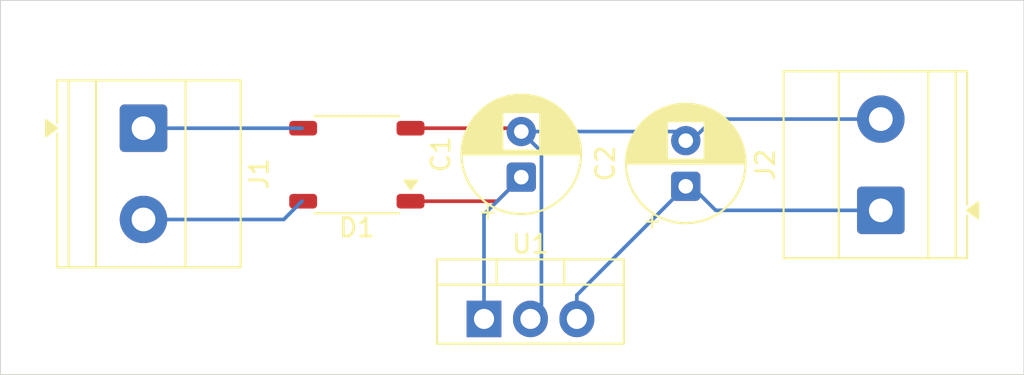
<source format=kicad_pcb>
(kicad_pcb (version 20241229) (generator "pcbnew") (generator_version "9.0")
  (layers (0 "F.Cu" signal) (2 "B.Cu" signal) (13 "F.Paste" user) (15 "B.Paste" user) (5 "F.SilkS" user "F.Silkscreen") (7 "B.SilkS" user "B.Silkscreen") (1 "F.Mask" user) (3 "B.Mask" user) (25 "Edge.Cuts" user))
  (net 0 "")
  (net 1 "Net-(D1-+)")
  (net 2 "Net-(D1--)")
  (net 3 "Net-(J2-Pin_1)")
  (net 4 "Net-(J1-Pin_1)")
  (net 5 "Net-(J1-Pin_2)")
  (footprint "TerminalBlock_Phoenix:TerminalBlock_Phoenix_MKDS-1,5-2_1x02_P5.00mm_Horizontal" (layer "F.Cu") (at 42.3275 38.5 -90)
    (property "Reference" "J1" (at 2.5 -6.32 90) (layer "F.SilkS"))
    (property "Value" "Screw_Terminal_01x02")
    (fp_line (start -2.62 4.72) (end -2.62 -5.32) (stroke (width 0.12)) (layer "F.SilkS"))
    (fp_line (start -0.3 4.72) (end -2.62 4.72) (stroke (width 0.12)) (layer "F.SilkS"))
    (fp_line (start 7.62 4.72) (end 0.3 4.72) (stroke (width 0.12)) (layer "F.SilkS"))
    (fp_line (start -2.62 4.1) (end 7.62 4.1) (stroke (width 0.12)) (layer "F.SilkS"))
    (fp_line (start -2.62 2.6) (end 7.62 2.6) (stroke (width 0.12)) (layer "F.SilkS"))
    (fp_line (start -2.62 -2.3) (end 7.62 -2.3) (stroke (width 0.12)) (layer "F.SilkS"))
    (fp_line (start -2.62 -5.32) (end 7.62 -5.32) (stroke (width 0.12)) (layer "F.SilkS"))
    (fp_line (start 7.62 -5.32) (end 7.62 4.72) (stroke (width 0.12)) (layer "F.SilkS"))
    (fp_poly (pts (xy 0 4.72) (xy 0.44 5.33) (xy -0.44 5.33)) (stroke (width 0.12)) (fill yes) (layer "F.SilkS"))
    (pad "1" thru_hole roundrect (at 0 0 270) (size 2.6 2.6) (drill 1.3) (layers "*.Cu" "*.Mask") (roundrect_rratio 0.096154) (net 4 "Net-(J1-Pin_1)"))
    (pad "2" thru_hole circle (at 5 0 270) (size 2.6 2.6) (drill 1.3) (layers "*.Cu" "*.Mask") (net 5 "Net-(J1-Pin_2)"))
  )
  (footprint "Capacitor_THT:CP_Radial_D6.3mm_P2.50mm" (layer "F.Cu") (at 72 41.68238 90)
    (property "Reference" "C2" (at 1.25 -4.4 90) (layer "F.SilkS"))
    (property "Value" "C_Polarized")
    (fp_line (start 1.29 -3.23) (end 1.29 3.23) (stroke (width 0.12)) (layer "F.SilkS"))
    (fp_line (start 1.25 -3.23) (end 1.25 3.23) (stroke (width 0.12)) (layer "F.SilkS"))
    (fp_line (start 1.33 -3.229) (end 1.33 3.229) (stroke (width 0.12)) (layer "F.SilkS"))
    (fp_line (start 1.37 -3.228) (end 1.37 3.228) (stroke (width 0.12)) (layer "F.SilkS"))
    (fp_line (start 1.41 -3.226) (end 1.41 3.226) (stroke (width 0.12)) (layer "F.SilkS"))
    (fp_line (start 1.45 -3.224) (end 1.45 3.224) (stroke (width 0.12)) (layer "F.SilkS"))
    (fp_line (start 1.49 -3.221) (end 1.49 -1.04) (stroke (width 0.12)) (layer "F.SilkS"))
    (fp_line (start 1.53 -3.218) (end 1.53 -1.04) (stroke (width 0.12)) (layer "F.SilkS"))
    (fp_line (start 1.57 -3.214) (end 1.57 -1.04) (stroke (width 0.12)) (layer "F.SilkS"))
    (fp_line (start 1.61 -3.21) (end 1.61 -1.04) (stroke (width 0.12)) (layer "F.SilkS"))
    (fp_line (start 1.65 -3.205) (end 1.65 -1.04) (stroke (width 0.12)) (layer "F.SilkS"))
    (fp_line (start 1.69 -3.2) (end 1.69 -1.04) (stroke (width 0.12)) (layer "F.SilkS"))
    (fp_line (start 1.73 -3.195) (end 1.73 -1.04) (stroke (width 0.12)) (layer "F.SilkS"))
    (fp_line (start 1.77 -3.188) (end 1.77 -1.04) (stroke (width 0.12)) (layer "F.SilkS"))
    (fp_line (start 1.81 -3.182) (end 1.81 -1.04) (stroke (width 0.12)) (layer "F.SilkS"))
    (fp_line (start 1.85 -3.174) (end 1.85 -1.04) (stroke (width 0.12)) (layer "F.SilkS"))
    (fp_line (start 1.89 -3.167) (end 1.89 -1.04) (stroke (width 0.12)) (layer "F.SilkS"))
    (fp_line (start 1.93 -3.159) (end 1.93 -1.04) (stroke (width 0.12)) (layer "F.SilkS"))
    (fp_line (start 1.97 -3.15) (end 1.97 -1.04) (stroke (width 0.12)) (layer "F.SilkS"))
    (fp_line (start 2.01 -3.14) (end 2.01 -1.04) (stroke (width 0.12)) (layer "F.SilkS"))
    (fp_line (start 2.05 -3.131) (end 2.05 -1.04) (stroke (width 0.12)) (layer "F.SilkS"))
    (fp_line (start 2.09 -3.12) (end 2.09 -1.04) (stroke (width 0.12)) (layer "F.SilkS"))
    (fp_line (start 2.13 -3.109) (end 2.13 -1.04) (stroke (width 0.12)) (layer "F.SilkS"))
    (fp_line (start 2.17 -3.098) (end 2.17 -1.04) (stroke (width 0.12)) (layer "F.SilkS"))
    (fp_line (start 2.21 -3.086) (end 2.21 -1.04) (stroke (width 0.12)) (layer "F.SilkS"))
    (fp_line (start 2.25 -3.073) (end 2.25 -1.04) (stroke (width 0.12)) (layer "F.SilkS"))
    (fp_line (start 2.29 -3.06) (end 2.29 -1.04) (stroke (width 0.12)) (layer "F.SilkS"))
    (fp_line (start 2.33 -3.047) (end 2.33 -1.04) (stroke (width 0.12)) (layer "F.SilkS"))
    (fp_line (start 2.37 -3.032) (end 2.37 -1.04) (stroke (width 0.12)) (layer "F.SilkS"))
    (fp_line (start 2.41 -3.017) (end 2.41 -1.04) (stroke (width 0.12)) (layer "F.SilkS"))
    (fp_line (start 2.45 -3.002) (end 2.45 -1.04) (stroke (width 0.12)) (layer "F.SilkS"))
    (fp_line (start 2.49 -2.986) (end 2.49 -1.04) (stroke (width 0.12)) (layer "F.SilkS"))
    (fp_line (start 2.53 -2.969) (end 2.53 -1.04) (stroke (width 0.12)) (layer "F.SilkS"))
    (fp_line (start 2.57 -2.952) (end 2.57 -1.04) (stroke (width 0.12)) (layer "F.SilkS"))
    (fp_line (start 2.61 -2.934) (end 2.61 -1.04) (stroke (width 0.12)) (layer "F.SilkS"))
    (fp_line (start 2.65 -2.915) (end 2.65 -1.04) (stroke (width 0.12)) (layer "F.SilkS"))
    (fp_line (start 2.69 -2.896) (end 2.69 -1.04) (stroke (width 0.12)) (layer "F.SilkS"))
    (fp_line (start 2.73 -2.876) (end 2.73 -1.04) (stroke (width 0.12)) (layer "F.SilkS"))
    (fp_line (start 2.77 -2.855) (end 2.77 -1.04) (stroke (width 0.12)) (layer "F.SilkS"))
    (fp_line (start 2.81 -2.834) (end 2.81 -1.04) (stroke (width 0.12)) (layer "F.SilkS"))
    (fp_line (start 2.85 -2.812) (end 2.85 -1.04) (stroke (width 0.12)) (layer "F.SilkS"))
    (fp_line (start 2.89 -2.789) (end 2.89 -1.04) (stroke (width 0.12)) (layer "F.SilkS"))
    (fp_line (start 2.93 -2.765) (end 2.93 -1.04) (stroke (width 0.12)) (layer "F.SilkS"))
    (fp_line (start 2.97 -2.741) (end 2.97 -1.04) (stroke (width 0.12)) (layer "F.SilkS"))
    (fp_line (start 3.01 -2.716) (end 3.01 -1.04) (stroke (width 0.12)) (layer "F.SilkS"))
    (fp_line (start 3.05 -2.69) (end 3.05 -1.04) (stroke (width 0.12)) (layer "F.SilkS"))
    (fp_line (start 3.09 -2.663) (end 3.09 -1.04) (stroke (width 0.12)) (layer "F.SilkS"))
    (fp_line (start 3.13 -2.636) (end 3.13 -1.04) (stroke (width 0.12)) (layer "F.SilkS"))
    (fp_line (start 3.17 -2.607) (end 3.17 -1.04) (stroke (width 0.12)) (layer "F.SilkS"))
    (fp_line (start 3.21 -2.577) (end 3.21 -1.04) (stroke (width 0.12)) (layer "F.SilkS"))
    (fp_line (start 3.25 -2.547) (end 3.25 -1.04) (stroke (width 0.12)) (layer "F.SilkS"))
    (fp_line (start 3.29 -2.516) (end 3.29 -1.04) (stroke (width 0.12)) (layer "F.SilkS"))
    (fp_line (start 3.33 -2.483) (end 3.33 -1.04) (stroke (width 0.12)) (layer "F.SilkS"))
    (fp_line (start 3.37 -2.45) (end 3.37 -1.04) (stroke (width 0.12)) (layer "F.SilkS"))
    (fp_line (start 3.41 -2.415) (end 3.41 -1.04) (stroke (width 0.12)) (layer "F.SilkS"))
    (fp_line (start 3.45 -2.379) (end 3.45 -1.04) (stroke (width 0.12)) (layer "F.SilkS"))
    (fp_line (start 3.49 -2.342) (end 3.49 -1.04) (stroke (width 0.12)) (layer "F.SilkS"))
    (fp_line (start 3.53 -2.304) (end 3.53 -1.04) (stroke (width 0.12)) (layer "F.SilkS"))
    (fp_line (start 3.57 -2.264) (end 3.57 2.264) (stroke (width 0.12)) (layer "F.SilkS"))
    (fp_line (start 3.61 -2.223) (end 3.61 2.223) (stroke (width 0.12)) (layer "F.SilkS"))
    (fp_line (start 3.65 -2.181) (end 3.65 2.181) (stroke (width 0.12)) (layer "F.SilkS"))
    (fp_line (start -1.935241 -2.154) (end -1.935241 -1.524) (stroke (width 0.12)) (layer "F.SilkS"))
    (fp_line (start 3.69 -2.137) (end 3.69 2.137) (stroke (width 0.12)) (layer "F.SilkS"))
    (fp_line (start 3.73 -2.091) (end 3.73 2.091) (stroke (width 0.12)) (layer "F.SilkS"))
    (fp_line (start 3.77 -2.044) (end 3.77 2.044) (stroke (width 0.12)) (layer "F.SilkS"))
    (fp_line (start 3.81 -1.995) (end 3.81 1.995) (stroke (width 0.12)) (layer "F.SilkS"))
    (fp_line (start 3.85 -1.943) (end 3.85 1.943) (stroke (width 0.12)) (layer "F.SilkS"))
    (fp_line (start 3.89 -1.89) (end 3.89 1.89) (stroke (width 0.12)) (layer "F.SilkS"))
    (fp_line (start -2.250241 -1.839) (end -1.620241 -1.839) (stroke (width 0.12)) (layer "F.SilkS"))
    (fp_line (start 3.93 -1.834) (end 3.93 1.834) (stroke (width 0.12)) (layer "F.SilkS"))
    (fp_line (start 3.97 -1.775) (end 3.97 1.775) (stroke (width 0.12)) (layer "F.SilkS"))
    (fp_line (start 4.01 -1.714) (end 4.01 1.714) (stroke (width 0.12)) (layer "F.SilkS"))
    (fp_line (start 4.05 -1.649) (end 4.05 1.649) (stroke (width 0.12)) (layer "F.SilkS"))
    (fp_line (start 4.09 -1.581) (end 4.09 1.581) (stroke (width 0.12)) (layer "F.SilkS"))
    (fp_line (start 4.13 -1.509) (end 4.13 1.509) (stroke (width 0.12)) (layer "F.SilkS"))
    (fp_line (start 4.17 -1.432) (end 4.17 1.432) (stroke (width 0.12)) (layer "F.SilkS"))
    (fp_line (start 4.21 -1.35) (end 4.21 1.35) (stroke (width 0.12)) (layer "F.SilkS"))
    (fp_line (start 4.25 -1.261) (end 4.25 1.261) (stroke (width 0.12)) (layer "F.SilkS"))
    (fp_line (start 4.29 -1.165) (end 4.29 1.165) (stroke (width 0.12)) (layer "F.SilkS"))
    (fp_line (start 4.33 -1.058) (end 4.33 1.058) (stroke (width 0.12)) (layer "F.SilkS"))
    (fp_line (start 4.37 -0.939) (end 4.37 0.939) (stroke (width 0.12)) (layer "F.SilkS"))
    (fp_line (start 4.41 -0.801) (end 4.41 0.801) (stroke (width 0.12)) (layer "F.SilkS"))
    (fp_line (start 4.45 -0.633) (end 4.45 0.633) (stroke (width 0.12)) (layer "F.SilkS"))
    (fp_line (start 4.49 -0.402) (end 4.49 0.402) (stroke (width 0.12)) (layer "F.SilkS"))
    (fp_line (start 3.53 1.04) (end 3.53 2.304) (stroke (width 0.12)) (layer "F.SilkS"))
    (fp_line (start 3.49 1.04) (end 3.49 2.342) (stroke (width 0.12)) (layer "F.SilkS"))
    (fp_line (start 3.45 1.04) (end 3.45 2.379) (stroke (width 0.12)) (layer "F.SilkS"))
    (fp_line (start 3.41 1.04) (end 3.41 2.415) (stroke (width 0.12)) (layer "F.SilkS"))
    (fp_line (start 3.37 1.04) (end 3.37 2.45) (stroke (width 0.12)) (layer "F.SilkS"))
    (fp_line (start 3.33 1.04) (end 3.33 2.483) (stroke (width 0.12)) (layer "F.SilkS"))
    (fp_line (start 3.29 1.04) (end 3.29 2.516) (stroke (width 0.12)) (layer "F.SilkS"))
    (fp_line (start 3.25 1.04) (end 3.25 2.547) (stroke (width 0.12)) (layer "F.SilkS"))
    (fp_line (start 3.21 1.04) (end 3.21 2.577) (stroke (width 0.12)) (layer "F.SilkS"))
    (fp_line (start 3.17 1.04) (end 3.17 2.607) (stroke (width 0.12)) (layer "F.SilkS"))
    (fp_line (start 3.13 1.04) (end 3.13 2.636) (stroke (width 0.12)) (layer "F.SilkS"))
    (fp_line (start 3.09 1.04) (end 3.09 2.663) (stroke (width 0.12)) (layer "F.SilkS"))
    (fp_line (start 3.05 1.04) (end 3.05 2.69) (stroke (width 0.12)) (layer "F.SilkS"))
    (fp_line (start 3.01 1.04) (end 3.01 2.716) (stroke (width 0.12)) (layer "F.SilkS"))
    (fp_line (start 2.97 1.04) (end 2.97 2.741) (stroke (width 0.12)) (layer "F.SilkS"))
    (fp_line (start 2.93 1.04) (end 2.93 2.765) (stroke (width 0.12)) (layer "F.SilkS"))
    (fp_line (start 2.89 1.04) (end 2.89 2.789) (stroke (width 0.12)) (layer "F.SilkS"))
    (fp_line (start 2.85 1.04) (end 2.85 2.812) (stroke (width 0.12)) (layer "F.SilkS"))
    (fp_line (start 2.81 1.04) (end 2.81 2.834) (stroke (width 0.12)) (layer "F.SilkS"))
    (fp_line (start 2.77 1.04) (end 2.77 2.855) (stroke (width 0.12)) (layer "F.SilkS"))
    (fp_line (start 2.73 1.04) (end 2.73 2.876) (stroke (width 0.12)) (layer "F.SilkS"))
    (fp_line (start 2.69 1.04) (end 2.69 2.896) (stroke (width 0.12)) (layer "F.SilkS"))
    (fp_line (start 2.65 1.04) (end 2.65 2.915) (stroke (width 0.12)) (layer "F.SilkS"))
    (fp_line (start 2.61 1.04) (end 2.61 2.934) (stroke (width 0.12)) (layer "F.SilkS"))
    (fp_line (start 2.57 1.04) (end 2.57 2.952) (stroke (width 0.12)) (layer "F.SilkS"))
    (fp_line (start 2.53 1.04) (end 2.53 2.969) (stroke (width 0.12)) (layer "F.SilkS"))
    (fp_line (start 2.49 1.04) (end 2.49 2.986) (stroke (width 0.12)) (layer "F.SilkS"))
    (fp_line (start 2.45 1.04) (end 2.45 3.002) (stroke (width 0.12)) (layer "F.SilkS"))
    (fp_line (start 2.41 1.04) (end 2.41 3.017) (stroke (width 0.12)) (layer "F.SilkS"))
    (fp_line (start 2.37 1.04) (end 2.37 3.032) (stroke (width 0.12)) (layer "F.SilkS"))
    (fp_line (start 2.33 1.04) (end 2.33 3.047) (stroke (width 0.12)) (layer "F.SilkS"))
    (fp_line (start 2.29 1.04) (end 2.29 3.06) (stroke (width 0.12)) (layer "F.SilkS"))
    (fp_line (start 2.25 1.04) (end 2.25 3.073) (stroke (width 0.12)) (layer "F.SilkS"))
    (fp_line (start 2.21 1.04) (end 2.21 3.086) (stroke (width 0.12)) (layer "F.SilkS"))
    (fp_line (start 2.17 1.04) (end 2.17 3.098) (stroke (width 0.12)) (layer "F.SilkS"))
    (fp_line (start 2.13 1.04) (end 2.13 3.109) (stroke (width 0.12)) (layer "F.SilkS"))
    (fp_line (start 2.09 1.04) (end 2.09 3.12) (stroke (width 0.12)) (layer "F.SilkS"))
    (fp_line (start 2.05 1.04) (end 2.05 3.131) (stroke (width 0.12)) (layer "F.SilkS"))
    (fp_line (start 2.01 1.04) (end 2.01 3.14) (stroke (width 0.12)) (layer "F.SilkS"))
    (fp_line (start 1.97 1.04) (end 1.97 3.15) (stroke (width 0.12)) (layer "F.SilkS"))
    (fp_line (start 1.93 1.04) (end 1.93 3.159) (stroke (width 0.12)) (layer "F.SilkS"))
    (fp_line (start 1.89 1.04) (end 1.89 3.167) (stroke (width 0.12)) (layer "F.SilkS"))
    (fp_line (start 1.85 1.04) (end 1.85 3.174) (stroke (width 0.12)) (layer "F.SilkS"))
    (fp_line (start 1.81 1.04) (end 1.81 3.182) (stroke (width 0.12)) (layer "F.SilkS"))
    (fp_line (start 1.77 1.04) (end 1.77 3.188) (stroke (width 0.12)) (layer "F.SilkS"))
    (fp_line (start 1.73 1.04) (end 1.73 3.195) (stroke (width 0.12)) (layer "F.SilkS"))
    (fp_line (start 1.69 1.04) (end 1.69 3.2) (stroke (width 0.12)) (layer "F.SilkS"))
    (fp_line (start 1.65 1.04) (end 1.65 3.205) (stroke (width 0.12)) (layer "F.SilkS"))
    (fp_line (start 1.61 1.04) (end 1.61 3.21) (stroke (width 0.12)) (layer "F.SilkS"))
    (fp_line (start 1.57 1.04) (end 1.57 3.214) (stroke (width 0.12)) (layer "F.SilkS"))
    (fp_line (start 1.53 1.04) (end 1.53 3.218) (stroke (width 0.12)) (layer "F.SilkS"))
    (fp_line (start 1.49 1.04) (end 1.49 3.221) (stroke (width 0.12)) (layer "F.SilkS"))
    (fp_circle (center 1.25 0) (end 4.52 0) (stroke (width 0.12)) (fill no) (layer "F.SilkS"))
    (pad "1" thru_hole roundrect (at 0 0 90) (size 1.6 1.6) (drill 0.8) (layers "*.Cu" "*.Mask") (roundrect_rratio 0.15625) (net 3 "Net-(J2-Pin_1)"))
    (pad "2" thru_hole circle (at 2.5 0 90) (size 1.6 1.6) (drill 0.8) (layers "*.Cu" "*.Mask") (net 2 "Net-(D1--)"))
  )
  (footprint "Package_SO:TSSOP-4_4.4x5mm_P4mm" (layer "F.Cu") (at 54 40.5 180)
    (property "Reference" "D1" (at 0 -3.45 0) (layer "F.SilkS"))
    (property "Value" "MDB10S")
    (fp_line (start 2.31 2.66) (end -2.31 2.66) (stroke (width 0.12)) (layer "F.SilkS"))
    (fp_line (start -2.31 -2.66) (end 2.31 -2.66) (stroke (width 0.12)) (layer "F.SilkS"))
    (fp_poly (pts (xy -2.95 -1.34) (xy -2.61 -0.87) (xy -3.29 -0.87)) (stroke (width 0.12)) (fill yes) (layer "F.SilkS"))
    (pad "1" smd roundrect (at -2.9375 -2 180) (size 1.525 0.8) (layers "F.Cu" "F.Mask" "F.Paste") (net 1 "Net-(D1-+)"))
    (pad "2" smd roundrect (at -2.9375 2 180) (size 1.525 0.8) (layers "F.Cu" "F.Mask" "F.Paste") (net 2 "Net-(D1--)"))
    (pad "3" smd roundrect (at 2.9375 2 180) (size 1.525 0.8) (layers "F.Cu" "F.Mask" "F.Paste") (net 4 "Net-(J1-Pin_1)"))
    (pad "4" smd roundrect (at 2.9375 -2 180) (size 1.525 0.8) (layers "F.Cu" "F.Mask" "F.Paste") (net 5 "Net-(J1-Pin_2)"))
  )
  (footprint "Capacitor_THT:CP_Radial_D6.3mm_P2.50mm" (layer "F.Cu") (at 63 41.18238 90)
    (property "Reference" "C1" (at 1.25 -4.4 90) (layer "F.SilkS"))
    (property "Value" "C_Polarized")
    (fp_line (start 1.29 -3.23) (end 1.29 3.23) (stroke (width 0.12)) (layer "F.SilkS"))
    (fp_line (start 1.25 -3.23) (end 1.25 3.23) (stroke (width 0.12)) (layer "F.SilkS"))
    (fp_line (start 1.33 -3.229) (end 1.33 3.229) (stroke (width 0.12)) (layer "F.SilkS"))
    (fp_line (start 1.37 -3.228) (end 1.37 3.228) (stroke (width 0.12)) (layer "F.SilkS"))
    (fp_line (start 1.41 -3.226) (end 1.41 3.226) (stroke (width 0.12)) (layer "F.SilkS"))
    (fp_line (start 1.45 -3.224) (end 1.45 3.224) (stroke (width 0.12)) (layer "F.SilkS"))
    (fp_line (start 1.49 -3.221) (end 1.49 -1.04) (stroke (width 0.12)) (layer "F.SilkS"))
    (fp_line (start 1.53 -3.218) (end 1.53 -1.04) (stroke (width 0.12)) (layer "F.SilkS"))
    (fp_line (start 1.57 -3.214) (end 1.57 -1.04) (stroke (width 0.12)) (layer "F.SilkS"))
    (fp_line (start 1.61 -3.21) (end 1.61 -1.04) (stroke (width 0.12)) (layer "F.SilkS"))
    (fp_line (start 1.65 -3.205) (end 1.65 -1.04) (stroke (width 0.12)) (layer "F.SilkS"))
    (fp_line (start 1.69 -3.2) (end 1.69 -1.04) (stroke (width 0.12)) (layer "F.SilkS"))
    (fp_line (start 1.73 -3.195) (end 1.73 -1.04) (stroke (width 0.12)) (layer "F.SilkS"))
    (fp_line (start 1.77 -3.188) (end 1.77 -1.04) (stroke (width 0.12)) (layer "F.SilkS"))
    (fp_line (start 1.81 -3.182) (end 1.81 -1.04) (stroke (width 0.12)) (layer "F.SilkS"))
    (fp_line (start 1.85 -3.174) (end 1.85 -1.04) (stroke (width 0.12)) (layer "F.SilkS"))
    (fp_line (start 1.89 -3.167) (end 1.89 -1.04) (stroke (width 0.12)) (layer "F.SilkS"))
    (fp_line (start 1.93 -3.159) (end 1.93 -1.04) (stroke (width 0.12)) (layer "F.SilkS"))
    (fp_line (start 1.97 -3.15) (end 1.97 -1.04) (stroke (width 0.12)) (layer "F.SilkS"))
    (fp_line (start 2.01 -3.14) (end 2.01 -1.04) (stroke (width 0.12)) (layer "F.SilkS"))
    (fp_line (start 2.05 -3.131) (end 2.05 -1.04) (stroke (width 0.12)) (layer "F.SilkS"))
    (fp_line (start 2.09 -3.12) (end 2.09 -1.04) (stroke (width 0.12)) (layer "F.SilkS"))
    (fp_line (start 2.13 -3.109) (end 2.13 -1.04) (stroke (width 0.12)) (layer "F.SilkS"))
    (fp_line (start 2.17 -3.098) (end 2.17 -1.04) (stroke (width 0.12)) (layer "F.SilkS"))
    (fp_line (start 2.21 -3.086) (end 2.21 -1.04) (stroke (width 0.12)) (layer "F.SilkS"))
    (fp_line (start 2.25 -3.073) (end 2.25 -1.04) (stroke (width 0.12)) (layer "F.SilkS"))
    (fp_line (start 2.29 -3.06) (end 2.29 -1.04) (stroke (width 0.12)) (layer "F.SilkS"))
    (fp_line (start 2.33 -3.047) (end 2.33 -1.04) (stroke (width 0.12)) (layer "F.SilkS"))
    (fp_line (start 2.37 -3.032) (end 2.37 -1.04) (stroke (width 0.12)) (layer "F.SilkS"))
    (fp_line (start 2.41 -3.017) (end 2.41 -1.04) (stroke (width 0.12)) (layer "F.SilkS"))
    (fp_line (start 2.45 -3.002) (end 2.45 -1.04) (stroke (width 0.12)) (layer "F.SilkS"))
    (fp_line (start 2.49 -2.986) (end 2.49 -1.04) (stroke (width 0.12)) (layer "F.SilkS"))
    (fp_line (start 2.53 -2.969) (end 2.53 -1.04) (stroke (width 0.12)) (layer "F.SilkS"))
    (fp_line (start 2.57 -2.952) (end 2.57 -1.04) (stroke (width 0.12)) (layer "F.SilkS"))
    (fp_line (start 2.61 -2.934) (end 2.61 -1.04) (stroke (width 0.12)) (layer "F.SilkS"))
    (fp_line (start 2.65 -2.915) (end 2.65 -1.04) (stroke (width 0.12)) (layer "F.SilkS"))
    (fp_line (start 2.69 -2.896) (end 2.69 -1.04) (stroke (width 0.12)) (layer "F.SilkS"))
    (fp_line (start 2.73 -2.876) (end 2.73 -1.04) (stroke (width 0.12)) (layer "F.SilkS"))
    (fp_line (start 2.77 -2.855) (end 2.77 -1.04) (stroke (width 0.12)) (layer "F.SilkS"))
    (fp_line (start 2.81 -2.834) (end 2.81 -1.04) (stroke (width 0.12)) (layer "F.SilkS"))
    (fp_line (start 2.85 -2.812) (end 2.85 -1.04) (stroke (width 0.12)) (layer "F.SilkS"))
    (fp_line (start 2.89 -2.789) (end 2.89 -1.04) (stroke (width 0.12)) (layer "F.SilkS"))
    (fp_line (start 2.93 -2.765) (end 2.93 -1.04) (stroke (width 0.12)) (layer "F.SilkS"))
    (fp_line (start 2.97 -2.741) (end 2.97 -1.04) (stroke (width 0.12)) (layer "F.SilkS"))
    (fp_line (start 3.01 -2.716) (end 3.01 -1.04) (stroke (width 0.12)) (layer "F.SilkS"))
    (fp_line (start 3.05 -2.69) (end 3.05 -1.04) (stroke (width 0.12)) (layer "F.SilkS"))
    (fp_line (start 3.09 -2.663) (end 3.09 -1.04) (stroke (width 0.12)) (layer "F.SilkS"))
    (fp_line (start 3.13 -2.636) (end 3.13 -1.04) (stroke (width 0.12)) (layer "F.SilkS"))
    (fp_line (start 3.17 -2.607) (end 3.17 -1.04) (stroke (width 0.12)) (layer "F.SilkS"))
    (fp_line (start 3.21 -2.577) (end 3.21 -1.04) (stroke (width 0.12)) (layer "F.SilkS"))
    (fp_line (start 3.25 -2.547) (end 3.25 -1.04) (stroke (width 0.12)) (layer "F.SilkS"))
    (fp_line (start 3.29 -2.516) (end 3.29 -1.04) (stroke (width 0.12)) (layer "F.SilkS"))
    (fp_line (start 3.33 -2.483) (end 3.33 -1.04) (stroke (width 0.12)) (layer "F.SilkS"))
    (fp_line (start 3.37 -2.45) (end 3.37 -1.04) (stroke (width 0.12)) (layer "F.SilkS"))
    (fp_line (start 3.41 -2.415) (end 3.41 -1.04) (stroke (width 0.12)) (layer "F.SilkS"))
    (fp_line (start 3.45 -2.379) (end 3.45 -1.04) (stroke (width 0.12)) (layer "F.SilkS"))
    (fp_line (start 3.49 -2.342) (end 3.49 -1.04) (stroke (width 0.12)) (layer "F.SilkS"))
    (fp_line (start 3.53 -2.304) (end 3.53 -1.04) (stroke (width 0.12)) (layer "F.SilkS"))
    (fp_line (start 3.57 -2.264) (end 3.57 2.264) (stroke (width 0.12)) (layer "F.SilkS"))
    (fp_line (start 3.61 -2.223) (end 3.61 2.223) (stroke (width 0.12)) (layer "F.SilkS"))
    (fp_line (start 3.65 -2.181) (end 3.65 2.181) (stroke (width 0.12)) (layer "F.SilkS"))
    (fp_line (start -1.935241 -2.154) (end -1.935241 -1.524) (stroke (width 0.12)) (layer "F.SilkS"))
    (fp_line (start 3.69 -2.137) (end 3.69 2.137) (stroke (width 0.12)) (layer "F.SilkS"))
    (fp_line (start 3.73 -2.091) (end 3.73 2.091) (stroke (width 0.12)) (layer "F.SilkS"))
    (fp_line (start 3.77 -2.044) (end 3.77 2.044) (stroke (width 0.12)) (layer "F.SilkS"))
    (fp_line (start 3.81 -1.995) (end 3.81 1.995) (stroke (width 0.12)) (layer "F.SilkS"))
    (fp_line (start 3.85 -1.943) (end 3.85 1.943) (stroke (width 0.12)) (layer "F.SilkS"))
    (fp_line (start 3.89 -1.89) (end 3.89 1.89) (stroke (width 0.12)) (layer "F.SilkS"))
    (fp_line (start -2.250241 -1.839) (end -1.620241 -1.839) (stroke (width 0.12)) (layer "F.SilkS"))
    (fp_line (start 3.93 -1.834) (end 3.93 1.834) (stroke (width 0.12)) (layer "F.SilkS"))
    (fp_line (start 3.97 -1.775) (end 3.97 1.775) (stroke (width 0.12)) (layer "F.SilkS"))
    (fp_line (start 4.01 -1.714) (end 4.01 1.714) (stroke (width 0.12)) (layer "F.SilkS"))
    (fp_line (start 4.05 -1.649) (end 4.05 1.649) (stroke (width 0.12)) (layer "F.SilkS"))
    (fp_line (start 4.09 -1.581) (end 4.09 1.581) (stroke (width 0.12)) (layer "F.SilkS"))
    (fp_line (start 4.13 -1.509) (end 4.13 1.509) (stroke (width 0.12)) (layer "F.SilkS"))
    (fp_line (start 4.17 -1.432) (end 4.17 1.432) (stroke (width 0.12)) (layer "F.SilkS"))
    (fp_line (start 4.21 -1.35) (end 4.21 1.35) (stroke (width 0.12)) (layer "F.SilkS"))
    (fp_line (start 4.25 -1.261) (end 4.25 1.261) (stroke (width 0.12)) (layer "F.SilkS"))
    (fp_line (start 4.29 -1.165) (end 4.29 1.165) (stroke (width 0.12)) (layer "F.SilkS"))
    (fp_line (start 4.33 -1.058) (end 4.33 1.058) (stroke (width 0.12)) (layer "F.SilkS"))
    (fp_line (start 4.37 -0.939) (end 4.37 0.939) (stroke (width 0.12)) (layer "F.SilkS"))
    (fp_line (start 4.41 -0.801) (end 4.41 0.801) (stroke (width 0.12)) (layer "F.SilkS"))
    (fp_line (start 4.45 -0.633) (end 4.45 0.633) (stroke (width 0.12)) (layer "F.SilkS"))
    (fp_line (start 4.49 -0.402) (end 4.49 0.402) (stroke (width 0.12)) (layer "F.SilkS"))
    (fp_line (start 3.53 1.04) (end 3.53 2.304) (stroke (width 0.12)) (layer "F.SilkS"))
    (fp_line (start 3.49 1.04) (end 3.49 2.342) (stroke (width 0.12)) (layer "F.SilkS"))
    (fp_line (start 3.45 1.04) (end 3.45 2.379) (stroke (width 0.12)) (layer "F.SilkS"))
    (fp_line (start 3.41 1.04) (end 3.41 2.415) (stroke (width 0.12)) (layer "F.SilkS"))
    (fp_line (start 3.37 1.04) (end 3.37 2.45) (stroke (width 0.12)) (layer "F.SilkS"))
    (fp_line (start 3.33 1.04) (end 3.33 2.483) (stroke (width 0.12)) (layer "F.SilkS"))
    (fp_line (start 3.29 1.04) (end 3.29 2.516) (stroke (width 0.12)) (layer "F.SilkS"))
    (fp_line (start 3.25 1.04) (end 3.25 2.547) (stroke (width 0.12)) (layer "F.SilkS"))
    (fp_line (start 3.21 1.04) (end 3.21 2.577) (stroke (width 0.12)) (layer "F.SilkS"))
    (fp_line (start 3.17 1.04) (end 3.17 2.607) (stroke (width 0.12)) (layer "F.SilkS"))
    (fp_line (start 3.13 1.04) (end 3.13 2.636) (stroke (width 0.12)) (layer "F.SilkS"))
    (fp_line (start 3.09 1.04) (end 3.09 2.663) (stroke (width 0.12)) (layer "F.SilkS"))
    (fp_line (start 3.05 1.04) (end 3.05 2.69) (stroke (width 0.12)) (layer "F.SilkS"))
    (fp_line (start 3.01 1.04) (end 3.01 2.716) (stroke (width 0.12)) (layer "F.SilkS"))
    (fp_line (start 2.97 1.04) (end 2.97 2.741) (stroke (width 0.12)) (layer "F.SilkS"))
    (fp_line (start 2.93 1.04) (end 2.93 2.765) (stroke (width 0.12)) (layer "F.SilkS"))
    (fp_line (start 2.89 1.04) (end 2.89 2.789) (stroke (width 0.12)) (layer "F.SilkS"))
    (fp_line (start 2.85 1.04) (end 2.85 2.812) (stroke (width 0.12)) (layer "F.SilkS"))
    (fp_line (start 2.81 1.04) (end 2.81 2.834) (stroke (width 0.12)) (layer "F.SilkS"))
    (fp_line (start 2.77 1.04) (end 2.77 2.855) (stroke (width 0.12)) (layer "F.SilkS"))
    (fp_line (start 2.73 1.04) (end 2.73 2.876) (stroke (width 0.12)) (layer "F.SilkS"))
    (fp_line (start 2.69 1.04) (end 2.69 2.896) (stroke (width 0.12)) (layer "F.SilkS"))
    (fp_line (start 2.65 1.04) (end 2.65 2.915) (stroke (width 0.12)) (layer "F.SilkS"))
    (fp_line (start 2.61 1.04) (end 2.61 2.934) (stroke (width 0.12)) (layer "F.SilkS"))
    (fp_line (start 2.57 1.04) (end 2.57 2.952) (stroke (width 0.12)) (layer "F.SilkS"))
    (fp_line (start 2.53 1.04) (end 2.53 2.969) (stroke (width 0.12)) (layer "F.SilkS"))
    (fp_line (start 2.49 1.04) (end 2.49 2.986) (stroke (width 0.12)) (layer "F.SilkS"))
    (fp_line (start 2.45 1.04) (end 2.45 3.002) (stroke (width 0.12)) (layer "F.SilkS"))
    (fp_line (start 2.41 1.04) (end 2.41 3.017) (stroke (width 0.12)) (layer "F.SilkS"))
    (fp_line (start 2.37 1.04) (end 2.37 3.032) (stroke (width 0.12)) (layer "F.SilkS"))
    (fp_line (start 2.33 1.04) (end 2.33 3.047) (stroke (width 0.12)) (layer "F.SilkS"))
    (fp_line (start 2.29 1.04) (end 2.29 3.06) (stroke (width 0.12)) (layer "F.SilkS"))
    (fp_line (start 2.25 1.04) (end 2.25 3.073) (stroke (width 0.12)) (layer "F.SilkS"))
    (fp_line (start 2.21 1.04) (end 2.21 3.086) (stroke (width 0.12)) (layer "F.SilkS"))
    (fp_line (start 2.17 1.04) (end 2.17 3.098) (stroke (width 0.12)) (layer "F.SilkS"))
    (fp_line (start 2.13 1.04) (end 2.13 3.109) (stroke (width 0.12)) (layer "F.SilkS"))
    (fp_line (start 2.09 1.04) (end 2.09 3.12) (stroke (width 0.12)) (layer "F.SilkS"))
    (fp_line (start 2.05 1.04) (end 2.05 3.131) (stroke (width 0.12)) (layer "F.SilkS"))
    (fp_line (start 2.01 1.04) (end 2.01 3.14) (stroke (width 0.12)) (layer "F.SilkS"))
    (fp_line (start 1.97 1.04) (end 1.97 3.15) (stroke (width 0.12)) (layer "F.SilkS"))
    (fp_line (start 1.93 1.04) (end 1.93 3.159) (stroke (width 0.12)) (layer "F.SilkS"))
    (fp_line (start 1.89 1.04) (end 1.89 3.167) (stroke (width 0.12)) (layer "F.SilkS"))
    (fp_line (start 1.85 1.04) (end 1.85 3.174) (stroke (width 0.12)) (layer "F.SilkS"))
    (fp_line (start 1.81 1.04) (end 1.81 3.182) (stroke (width 0.12)) (layer "F.SilkS"))
    (fp_line (start 1.77 1.04) (end 1.77 3.188) (stroke (width 0.12)) (layer "F.SilkS"))
    (fp_line (start 1.73 1.04) (end 1.73 3.195) (stroke (width 0.12)) (layer "F.SilkS"))
    (fp_line (start 1.69 1.04) (end 1.69 3.2) (stroke (width 0.12)) (layer "F.SilkS"))
    (fp_line (start 1.65 1.04) (end 1.65 3.205) (stroke (width 0.12)) (layer "F.SilkS"))
    (fp_line (start 1.61 1.04) (end 1.61 3.21) (stroke (width 0.12)) (layer "F.SilkS"))
    (fp_line (start 1.57 1.04) (end 1.57 3.214) (stroke (width 0.12)) (layer "F.SilkS"))
    (fp_line (start 1.53 1.04) (end 1.53 3.218) (stroke (width 0.12)) (layer "F.SilkS"))
    (fp_line (start 1.49 1.04) (end 1.49 3.221) (stroke (width 0.12)) (layer "F.SilkS"))
    (fp_circle (center 1.25 0) (end 4.52 0) (stroke (width 0.12)) (fill no) (layer "F.SilkS"))
    (pad "1" thru_hole roundrect (at 0 0 90) (size 1.6 1.6) (drill 0.8) (layers "*.Cu" "*.Mask") (roundrect_rratio 0.15625) (net 1 "Net-(D1-+)"))
    (pad "2" thru_hole circle (at 2.5 0 90) (size 1.6 1.6) (drill 0.8) (layers "*.Cu" "*.Mask") (net 2 "Net-(D1--)"))
  )
  (footprint "TerminalBlock_Phoenix:TerminalBlock_Phoenix_MKDS-1,5-2_1x02_P5.00mm_Horizontal" (layer "F.Cu") (at 82.6725 43 90)
    (property "Reference" "J2" (at 2.5 -6.32 90) (layer "F.SilkS"))
    (property "Value" "Screw_Terminal_01x02")
    (fp_line (start 7.62 -5.32) (end 7.62 4.72) (stroke (width 0.12)) (layer "F.SilkS"))
    (fp_line (start -2.62 -5.32) (end 7.62 -5.32) (stroke (width 0.12)) (layer "F.SilkS"))
    (fp_line (start -2.62 -2.3) (end 7.62 -2.3) (stroke (width 0.12)) (layer "F.SilkS"))
    (fp_line (start -2.62 2.6) (end 7.62 2.6) (stroke (width 0.12)) (layer "F.SilkS"))
    (fp_line (start -2.62 4.1) (end 7.62 4.1) (stroke (width 0.12)) (layer "F.SilkS"))
    (fp_line (start 7.62 4.72) (end 0.3 4.72) (stroke (width 0.12)) (layer "F.SilkS"))
    (fp_line (start -0.3 4.72) (end -2.62 4.72) (stroke (width 0.12)) (layer "F.SilkS"))
    (fp_line (start -2.62 4.72) (end -2.62 -5.32) (stroke (width 0.12)) (layer "F.SilkS"))
    (fp_poly (pts (xy 0 4.72) (xy 0.44 5.33) (xy -0.44 5.33)) (stroke (width 0.12)) (fill yes) (layer "F.SilkS"))
    (pad "1" thru_hole roundrect (at 0 0 90) (size 2.6 2.6) (drill 1.3) (layers "*.Cu" "*.Mask") (roundrect_rratio 0.096154) (net 3 "Net-(J2-Pin_1)"))
    (pad "2" thru_hole circle (at 5 0 90) (size 2.6 2.6) (drill 1.3) (layers "*.Cu" "*.Mask") (net 2 "Net-(D1--)"))
  )
  (footprint "Package_TO_SOT_THT:TO-220-3_Vertical" (layer "F.Cu") (at 60.96 48.95)
    (property "Reference" "U1" (at 2.54 -4.1 0) (layer "F.SilkS"))
    (property "Value" "L7805")
    (fp_line (start -2.57 -3.26) (end 7.65 -3.26) (stroke (width 0.12)) (layer "F.SilkS"))
    (fp_line (start -2.57 -1.88) (end 7.65 -1.88) (stroke (width 0.12)) (layer "F.SilkS"))
    (fp_line (start -2.57 1.36) (end -2.57 -3.26) (stroke (width 0.12)) (layer "F.SilkS"))
    (fp_line (start 0.69 -3.26) (end 0.69 -1.88) (stroke (width 0.12)) (layer "F.SilkS"))
    (fp_line (start 4.39 -3.26) (end 4.39 -1.88) (stroke (width 0.12)) (layer "F.SilkS"))
    (fp_line (start 7.65 -3.26) (end 7.65 1.36) (stroke (width 0.12)) (layer "F.SilkS"))
    (fp_line (start 7.65 1.36) (end -2.57 1.36) (stroke (width 0.12)) (layer "F.SilkS"))
    (pad "1" thru_hole rect (at 0 0) (size 1.905 2) (drill 1.1) (layers "*.Cu" "*.Mask") (net 1 "Net-(D1-+)"))
    (pad "2" thru_hole oval (at 2.54 0) (size 1.905 2) (drill 1.1) (layers "*.Cu" "*.Mask") (net 2 "Net-(D1--)"))
    (pad "3" thru_hole oval (at 5.08 0) (size 1.905 2) (drill 1.1) (layers "*.Cu" "*.Mask") (net 3 "Net-(J2-Pin_1)"))
  )
  (gr_rect (start 34.5 31.5) (end 90.5 52) (stroke (width 0.05)) (fill no) (layer "Edge.Cuts"))
  (segment (start 61.68238 42.5) (end 63 41.18238) (width 0.2) (layer "F.Cu") (net 1))
  (segment (start 56.9375 42.5) (end 61.68238 42.5) (width 0.2) (layer "F.Cu") (net 1))
  (segment (start 60.96 48.95) (end 60.96 43.22238) (width 0.2) (layer "B.Cu") (net 1))
  (segment (start 60.96 43.22238) (end 63 41.18238) (width 0.2) (layer "B.Cu") (net 1))
  (segment (start 56.9375 38.5) (end 62.81762 38.5) (width 0.2) (layer "F.Cu") (net 2))
  (segment (start 62.81762 38.5) (end 63 38.68238) (width 0.2) (layer "F.Cu") (net 2))
  (segment (start 63 38.68238) (end 71.5 38.68238) (width 0.2) (layer "B.Cu") (net 2))
  (segment (start 73.5 38) (end 82.6725 38) (width 0.2) (layer "B.Cu") (net 2))
  (segment (start 64.101 39.78338) (end 63 38.68238) (width 0.2) (layer "B.Cu") (net 2))
  (segment (start 72.31762 39.18238) (end 73.5 38) (width 0.2) (layer "B.Cu") (net 2))
  (segment (start 71.5 38.68238) (end 72 39.18238) (width 0.2) (layer "B.Cu") (net 2))
  (segment (start 72 39.18238) (end 72.31762 39.18238) (width 0.2) (layer "B.Cu") (net 2))
  (segment (start 64.101 48.349) (end 64.101 39.78338) (width 0.2) (layer "B.Cu") (net 2))
  (segment (start 63.5 48.95) (end 64.101 48.349) (width 0.2) (layer "B.Cu") (net 2))
  (segment (start 72.31762 41.68238) (end 73.63524 43) (width 0.2) (layer "B.Cu") (net 3))
  (segment (start 72 41.68238) (end 72.31762 41.68238) (width 0.2) (layer "B.Cu") (net 3))
  (segment (start 73.63524 43) (end 82.6725 43) (width 0.2) (layer "B.Cu") (net 3))
  (segment (start 66.04 47.64238) (end 72 41.68238) (width 0.2) (layer "B.Cu") (net 3))
  (segment (start 66.04 48.95) (end 66.04 47.64238) (width 0.2) (layer "B.Cu") (net 3))
  (segment (start 42.3275 38.5) (end 51 38.5) (width 0.2) (layer "B.Cu") (net 4))
  (segment (start 42.3275 43.5) (end 50 43.5) (width 0.2) (layer "B.Cu") (net 5))
  (segment (start 50 43.5) (end 51 42.5) (width 0.2) (layer "B.Cu") (net 5))
)
</source>
